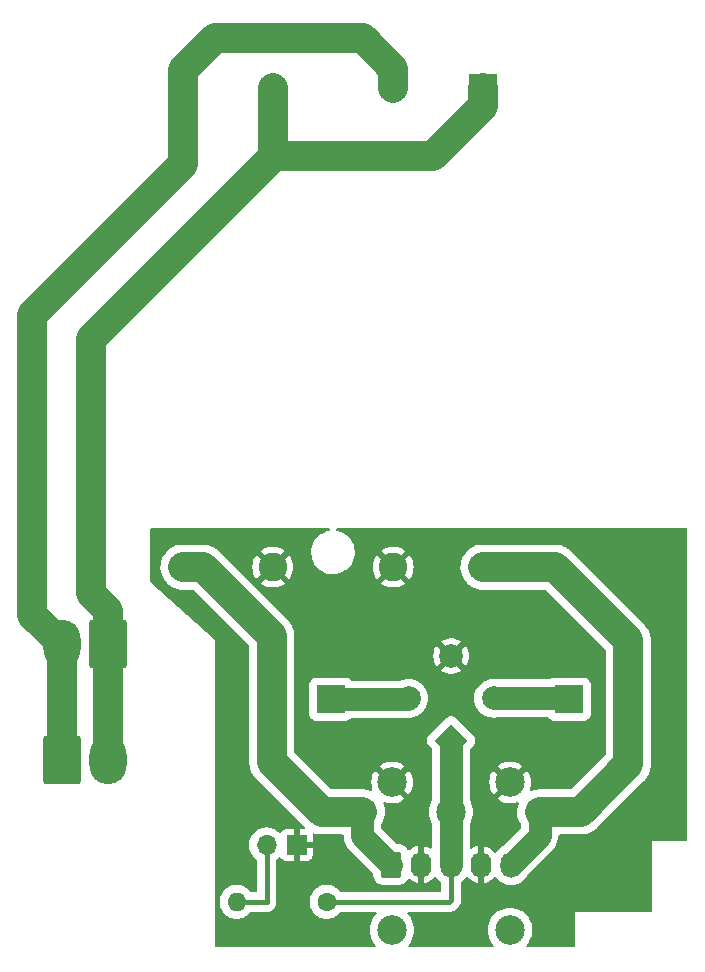
<source format=gbr>
%TF.GenerationSoftware,KiCad,Pcbnew,7.0.7*%
%TF.CreationDate,2024-03-18T21:13:49-04:00*%
%TF.ProjectId,M1PSX3,4d315053-5833-42e6-9b69-6361645f7063,rev?*%
%TF.SameCoordinates,Original*%
%TF.FileFunction,Copper,L2,Bot*%
%TF.FilePolarity,Positive*%
%FSLAX46Y46*%
G04 Gerber Fmt 4.6, Leading zero omitted, Abs format (unit mm)*
G04 Created by KiCad (PCBNEW 7.0.7) date 2024-03-18 21:13:49*
%MOMM*%
%LPD*%
G01*
G04 APERTURE LIST*
G04 Aperture macros list*
%AMRoundRect*
0 Rectangle with rounded corners*
0 $1 Rounding radius*
0 $2 $3 $4 $5 $6 $7 $8 $9 X,Y pos of 4 corners*
0 Add a 4 corners polygon primitive as box body*
4,1,4,$2,$3,$4,$5,$6,$7,$8,$9,$2,$3,0*
0 Add four circle primitives for the rounded corners*
1,1,$1+$1,$2,$3*
1,1,$1+$1,$4,$5*
1,1,$1+$1,$6,$7*
1,1,$1+$1,$8,$9*
0 Add four rect primitives between the rounded corners*
20,1,$1+$1,$2,$3,$4,$5,0*
20,1,$1+$1,$4,$5,$6,$7,0*
20,1,$1+$1,$6,$7,$8,$9,0*
20,1,$1+$1,$8,$9,$2,$3,0*%
%AMHorizOval*
0 Thick line with rounded ends*
0 $1 width*
0 $2 $3 position (X,Y) of the first rounded end (center of the circle)*
0 $4 $5 position (X,Y) of the second rounded end (center of the circle)*
0 Add line between two ends*
20,1,$1,$2,$3,$4,$5,0*
0 Add two circle primitives to create the rounded ends*
1,1,$1,$2,$3*
1,1,$1,$4,$5*%
%AMRotRect*
0 Rectangle, with rotation*
0 The origin of the aperture is its center*
0 $1 length*
0 $2 width*
0 $3 Rotation angle, in degrees counterclockwise*
0 Add horizontal line*
21,1,$1,$2,0,0,$3*%
G04 Aperture macros list end*
%TA.AperFunction,ComponentPad*%
%ADD10R,1.700000X1.700000*%
%TD*%
%TA.AperFunction,ComponentPad*%
%ADD11O,1.700000X1.700000*%
%TD*%
%TA.AperFunction,WasherPad*%
%ADD12C,2.499360*%
%TD*%
%TA.AperFunction,ComponentPad*%
%ADD13C,2.499360*%
%TD*%
%TA.AperFunction,ComponentPad*%
%ADD14R,2.400000X2.400000*%
%TD*%
%TA.AperFunction,ComponentPad*%
%ADD15C,2.400000*%
%TD*%
%TA.AperFunction,ComponentPad*%
%ADD16RoundRect,0.250000X-1.330000X-1.800000X1.330000X-1.800000X1.330000X1.800000X-1.330000X1.800000X0*%
%TD*%
%TA.AperFunction,ComponentPad*%
%ADD17O,3.160000X4.100000*%
%TD*%
%TA.AperFunction,ComponentPad*%
%ADD18RoundRect,0.250000X1.330000X1.800000X-1.330000X1.800000X-1.330000X-1.800000X1.330000X-1.800000X0*%
%TD*%
%TA.AperFunction,ComponentPad*%
%ADD19RotRect,2.000000X2.000000X135.000000*%
%TD*%
%TA.AperFunction,ComponentPad*%
%ADD20HorizOval,2.000000X0.000000X0.000000X0.000000X0.000000X0*%
%TD*%
%TA.AperFunction,ComponentPad*%
%ADD21C,1.600000*%
%TD*%
%TA.AperFunction,ComponentPad*%
%ADD22O,1.600000X1.600000*%
%TD*%
%TA.AperFunction,ComponentPad*%
%ADD23R,2.430000X2.430000*%
%TD*%
%TA.AperFunction,ComponentPad*%
%ADD24C,2.430000*%
%TD*%
%TA.AperFunction,ComponentPad*%
%ADD25RoundRect,0.250000X-0.620000X-0.845000X0.620000X-0.845000X0.620000X0.845000X-0.620000X0.845000X0*%
%TD*%
%TA.AperFunction,ComponentPad*%
%ADD26O,1.740000X2.190000*%
%TD*%
%TA.AperFunction,Conductor*%
%ADD27C,1.905000*%
%TD*%
%TA.AperFunction,Conductor*%
%ADD28C,2.540000*%
%TD*%
%TA.AperFunction,Conductor*%
%ADD29C,0.381000*%
%TD*%
%TA.AperFunction,Conductor*%
%ADD30C,0.250000*%
%TD*%
G04 APERTURE END LIST*
D10*
%TO.P,LED1,1,Pin_1*%
%TO.N,GND*%
X89916000Y-100330000D03*
D11*
%TO.P,LED1,2,Pin_2*%
%TO.N,Net-(LED1-Pin_2)*%
X87376000Y-100330000D03*
%TD*%
D12*
%TO.P,J3,*%
%TO.N,*%
X97992480Y-107531090D03*
X107995000Y-107531090D03*
D13*
%TO.P,J3,1,Pin_1*%
%TO.N,Net-(J2-Pin_5)*%
X110491820Y-97536190D03*
%TO.P,J3,2,Pin_2*%
%TO.N,Net-(D1-+)*%
X102993740Y-97533650D03*
%TO.P,J3,3,Pin_3*%
%TO.N,Net-(J2-Pin_1)*%
X95495660Y-97536190D03*
%TO.P,J3,4,Pin_4*%
%TO.N,GND*%
X107989920Y-95034290D03*
%TO.P,J3,5,Pin_5*%
X97997560Y-95034290D03*
%TD*%
D14*
%TO.P,C1,1*%
%TO.N,Net-(C1-Pad1)*%
X92823959Y-88000000D03*
D15*
%TO.P,C1,2*%
%TO.N,Net-(J2-Pin_1)*%
X87823959Y-88000000D03*
%TD*%
D16*
%TO.P,J1,1,Pin_1*%
%TO.N,Net-(J1-Pin_1)*%
X70020000Y-93105000D03*
D17*
%TO.P,J1,2,Pin_2*%
%TO.N,Net-(J1-Pin_2)*%
X73980000Y-93105000D03*
%TD*%
D18*
%TO.P,J4,1,Pin_1*%
%TO.N,Net-(J1-Pin_2)*%
X73980000Y-83345000D03*
D17*
%TO.P,J4,2,Pin_2*%
%TO.N,Net-(J1-Pin_1)*%
X70020000Y-83345000D03*
%TD*%
D19*
%TO.P,D1,1,+*%
%TO.N,Net-(D1-+)*%
X103000000Y-91500000D03*
D20*
%TO.P,D1,2*%
%TO.N,Net-(C2-Pad1)*%
X106592102Y-87907898D03*
%TO.P,D1,3,-*%
%TO.N,GND*%
X103000000Y-84315795D03*
%TO.P,D1,4*%
%TO.N,Net-(C1-Pad1)*%
X99407898Y-87907898D03*
%TD*%
D21*
%TO.P,R1,1*%
%TO.N,Net-(D1-+)*%
X92456000Y-105156000D03*
D22*
%TO.P,R1,2*%
%TO.N,Net-(LED1-Pin_2)*%
X84836000Y-105156000D03*
%TD*%
D14*
%TO.P,C2,1*%
%TO.N,Net-(C2-Pad1)*%
X113000000Y-88000000D03*
D15*
%TO.P,C2,2*%
%TO.N,Net-(J2-Pin_5)*%
X118000000Y-88000000D03*
%TD*%
D23*
%TO.P,T1,1*%
%TO.N,Net-(J1-Pin_2)*%
X105700000Y-36200000D03*
D24*
%TO.P,T1,2*%
%TO.N,Net-(J1-Pin_1)*%
X98100000Y-36200000D03*
%TO.P,T1,3*%
%TO.N,Net-(J1-Pin_2)*%
X87900000Y-36200000D03*
%TO.P,T1,4*%
%TO.N,Net-(J1-Pin_1)*%
X80300000Y-36200000D03*
%TO.P,T1,5*%
%TO.N,Net-(J2-Pin_5)*%
X105700000Y-76800000D03*
%TO.P,T1,6*%
%TO.N,GND*%
X98100000Y-76800000D03*
%TO.P,T1,7*%
X87900000Y-76800000D03*
%TO.P,T1,8*%
%TO.N,Net-(J2-Pin_1)*%
X80300000Y-76800000D03*
%TD*%
D25*
%TO.P,J2,1,Pin_1*%
%TO.N,Net-(J2-Pin_1)*%
X97913755Y-101985000D03*
D26*
%TO.P,J2,2,Pin_2*%
%TO.N,GND*%
X100453755Y-101985000D03*
%TO.P,J2,3,Pin_3*%
%TO.N,Net-(D1-+)*%
X102993755Y-101985000D03*
%TO.P,J2,4,Pin_4*%
%TO.N,GND*%
X105533755Y-101985000D03*
%TO.P,J2,5,Pin_5*%
%TO.N,Net-(J2-Pin_5)*%
X108073755Y-101985000D03*
%TD*%
D27*
%TO.N,Net-(C1-Pad1)*%
X92823959Y-88000000D02*
X99315796Y-88000000D01*
X99315796Y-88000000D02*
X99407898Y-87907898D01*
D28*
%TO.N,Net-(J2-Pin_1)*%
X92036190Y-97536190D02*
X95495660Y-97536190D01*
D27*
X95495660Y-97536190D02*
X95495660Y-99566905D01*
D28*
X87823959Y-82647918D02*
X87823959Y-88000000D01*
X80300000Y-76800000D02*
X81976041Y-76800000D01*
X87823959Y-93323959D02*
X92036190Y-97536190D01*
X81976041Y-76800000D02*
X87823959Y-82647918D01*
D27*
X95495660Y-99566905D02*
X97913755Y-101985000D01*
D28*
X87823959Y-88000000D02*
X87823959Y-93323959D01*
D27*
%TO.N,Net-(C2-Pad1)*%
X106592102Y-87907898D02*
X112907898Y-87907898D01*
X112907898Y-87907898D02*
X113000000Y-88000000D01*
%TO.N,Net-(J2-Pin_5)*%
X110491820Y-97536190D02*
X110491820Y-99586935D01*
X110491820Y-99586935D02*
X108073755Y-102005000D01*
D28*
X118000000Y-93500000D02*
X113963810Y-97536190D01*
X111800000Y-76800000D02*
X118000000Y-83000000D01*
X113963810Y-97536190D02*
X110491820Y-97536190D01*
X105700000Y-76800000D02*
X111800000Y-76800000D01*
X118000000Y-83000000D02*
X118000000Y-93500000D01*
D27*
%TO.N,Net-(D1-+)*%
X102993740Y-97533650D02*
X102993740Y-102004985D01*
X102993740Y-91506260D02*
X103000000Y-91500000D01*
D29*
X102863510Y-105156000D02*
X102993755Y-105025755D01*
D27*
X102993740Y-97533650D02*
X102993740Y-91506260D01*
D29*
X102993755Y-105025755D02*
X102993755Y-101985000D01*
X92456000Y-105156000D02*
X102863510Y-105156000D01*
D28*
%TO.N,Net-(J1-Pin_1)*%
X80300000Y-42700000D02*
X67500000Y-55500000D01*
X70020000Y-83345000D02*
X70020000Y-93105000D01*
X80300000Y-34700000D02*
X83000000Y-32000000D01*
X83000000Y-32000000D02*
X95500000Y-32000000D01*
X80300000Y-36200000D02*
X80300000Y-34700000D01*
X95500000Y-32000000D02*
X98100000Y-34600000D01*
X80300000Y-36200000D02*
X80300000Y-42700000D01*
X98100000Y-34600000D02*
X98100000Y-36200000D01*
X67500000Y-80825000D02*
X70020000Y-83345000D01*
X67500000Y-55500000D02*
X67500000Y-80825000D01*
%TO.N,Net-(J1-Pin_2)*%
X105700000Y-37800000D02*
X105700000Y-36200000D01*
X72500000Y-79000000D02*
X72500000Y-57500000D01*
X87900000Y-42100000D02*
X87900000Y-36200000D01*
X87900000Y-42000000D02*
X101500000Y-42000000D01*
X101500000Y-42000000D02*
X105700000Y-37800000D01*
X72500000Y-57500000D02*
X87900000Y-42100000D01*
X73980000Y-83345000D02*
X73980000Y-93105000D01*
X73980000Y-80480000D02*
X72500000Y-79000000D01*
X73980000Y-83345000D02*
X73980000Y-80480000D01*
D29*
%TO.N,Net-(LED1-Pin_2)*%
X87381000Y-100335000D02*
X87376000Y-100330000D01*
X87381000Y-105151000D02*
X87381000Y-100335000D01*
X84836000Y-105156000D02*
X87376000Y-105156000D01*
D30*
X87376000Y-105156000D02*
X87381000Y-105151000D01*
%TD*%
%TA.AperFunction,Conductor*%
%TO.N,GND*%
G36*
X92689549Y-73519685D02*
G01*
X92735304Y-73572489D01*
X92745248Y-73641647D01*
X92716223Y-73705203D01*
X92657445Y-73742977D01*
X92649472Y-73745033D01*
X92469062Y-73785221D01*
X92469057Y-73785223D01*
X92217759Y-73881336D01*
X91983139Y-74013011D01*
X91983136Y-74013013D01*
X91770186Y-74177447D01*
X91770179Y-74177454D01*
X91583456Y-74371126D01*
X91583445Y-74371139D01*
X91426905Y-74589942D01*
X91426898Y-74589954D01*
X91303881Y-74829221D01*
X91303880Y-74829223D01*
X91217009Y-75083863D01*
X91217008Y-75083869D01*
X91168139Y-75348440D01*
X91168139Y-75348442D01*
X91158313Y-75617305D01*
X91187739Y-75884736D01*
X91187741Y-75884747D01*
X91235022Y-76065598D01*
X91255791Y-76145041D01*
X91309223Y-76270778D01*
X91344979Y-76354920D01*
X91361017Y-76392659D01*
X91432657Y-76510045D01*
X91501172Y-76622313D01*
X91501173Y-76622314D01*
X91501175Y-76622317D01*
X91673278Y-76829120D01*
X91873658Y-77008662D01*
X92098044Y-77157114D01*
X92341653Y-77271313D01*
X92341655Y-77271313D01*
X92341656Y-77271314D01*
X92341663Y-77271316D01*
X92599282Y-77348823D01*
X92599289Y-77348824D01*
X92599294Y-77348826D01*
X92865476Y-77388000D01*
X92865481Y-77388000D01*
X93067174Y-77388000D01*
X93125583Y-77383724D01*
X93268331Y-77373277D01*
X93530942Y-77314777D01*
X93782238Y-77218665D01*
X94016862Y-77086988D01*
X94229813Y-76922553D01*
X94347965Y-76800004D01*
X96380191Y-76800004D01*
X96399399Y-77056322D01*
X96399399Y-77056324D01*
X96456593Y-77306909D01*
X96456599Y-77306928D01*
X96550503Y-77546191D01*
X96550507Y-77546199D01*
X96679026Y-77768802D01*
X96722778Y-77823667D01*
X97266137Y-77280308D01*
X97327460Y-77246823D01*
X97397151Y-77251807D01*
X97453085Y-77293678D01*
X97458814Y-77302021D01*
X97462708Y-77308220D01*
X97462710Y-77308222D01*
X97591778Y-77437290D01*
X97597982Y-77441188D01*
X97644272Y-77493524D01*
X97654919Y-77562578D01*
X97626543Y-77626425D01*
X97619689Y-77633862D01*
X97076018Y-78177532D01*
X97240095Y-78289397D01*
X97240099Y-78289399D01*
X97471677Y-78400922D01*
X97471681Y-78400923D01*
X97717304Y-78476689D01*
X97717310Y-78476691D01*
X97971471Y-78514999D01*
X97971480Y-78515000D01*
X98228520Y-78515000D01*
X98228528Y-78514999D01*
X98482689Y-78476691D01*
X98482695Y-78476689D01*
X98728320Y-78400923D01*
X98959896Y-78289402D01*
X98959898Y-78289401D01*
X99123980Y-78177532D01*
X98580309Y-77633862D01*
X98546824Y-77572539D01*
X98551808Y-77502848D01*
X98593679Y-77446914D01*
X98602018Y-77441188D01*
X98608222Y-77437290D01*
X98737290Y-77308222D01*
X98741185Y-77302023D01*
X98793516Y-77255730D01*
X98862568Y-77245078D01*
X98926418Y-77273449D01*
X98933862Y-77280309D01*
X99477219Y-77823667D01*
X99477220Y-77823666D01*
X99520966Y-77768812D01*
X99520973Y-77768801D01*
X99649492Y-77546199D01*
X99649496Y-77546191D01*
X99743400Y-77306928D01*
X99743406Y-77306909D01*
X99800600Y-77056324D01*
X99800600Y-77056322D01*
X99819809Y-76800004D01*
X99819809Y-76799995D01*
X99800600Y-76543677D01*
X99800600Y-76543675D01*
X99743406Y-76293090D01*
X99743400Y-76293071D01*
X99649496Y-76053808D01*
X99649492Y-76053800D01*
X99520970Y-75831193D01*
X99477220Y-75776331D01*
X99477219Y-75776331D01*
X98933862Y-76319689D01*
X98872539Y-76353174D01*
X98802847Y-76348190D01*
X98746914Y-76306318D01*
X98741188Y-76297982D01*
X98738102Y-76293071D01*
X98737290Y-76291778D01*
X98608222Y-76162710D01*
X98602017Y-76158811D01*
X98555727Y-76106477D01*
X98545079Y-76037423D01*
X98573454Y-75973575D01*
X98580309Y-75966137D01*
X99123980Y-75422466D01*
X98959905Y-75310602D01*
X98959896Y-75310597D01*
X98728319Y-75199076D01*
X98728321Y-75199076D01*
X98482695Y-75123310D01*
X98482689Y-75123308D01*
X98228528Y-75085000D01*
X97971471Y-75085000D01*
X97717310Y-75123308D01*
X97717304Y-75123310D01*
X97471681Y-75199076D01*
X97471677Y-75199077D01*
X97240096Y-75310601D01*
X97240088Y-75310606D01*
X97076018Y-75422465D01*
X97619690Y-75966137D01*
X97653175Y-76027460D01*
X97648191Y-76097152D01*
X97606319Y-76153085D01*
X97597985Y-76158809D01*
X97591782Y-76162706D01*
X97591777Y-76162710D01*
X97462710Y-76291777D01*
X97462706Y-76291782D01*
X97458809Y-76297985D01*
X97406473Y-76344274D01*
X97337419Y-76354920D01*
X97273571Y-76326542D01*
X97266137Y-76319690D01*
X96722779Y-75776332D01*
X96679023Y-75831201D01*
X96550507Y-76053800D01*
X96550503Y-76053808D01*
X96456599Y-76293071D01*
X96456593Y-76293090D01*
X96399399Y-76543675D01*
X96399399Y-76543677D01*
X96380191Y-76799995D01*
X96380191Y-76800004D01*
X94347965Y-76800004D01*
X94416552Y-76728864D01*
X94573100Y-76510049D01*
X94696121Y-76270773D01*
X94782991Y-76016135D01*
X94831860Y-75751562D01*
X94841686Y-75482693D01*
X94812260Y-75215259D01*
X94744209Y-74954959D01*
X94638983Y-74707341D01*
X94498825Y-74477683D01*
X94326722Y-74270880D01*
X94126342Y-74091338D01*
X93901956Y-73942886D01*
X93658347Y-73828687D01*
X93658343Y-73828685D01*
X93658336Y-73828683D01*
X93400717Y-73751176D01*
X93400703Y-73751173D01*
X93376960Y-73747679D01*
X93370161Y-73746678D01*
X93306703Y-73717443D01*
X93269124Y-73658540D01*
X93269355Y-73588670D01*
X93307325Y-73530018D01*
X93370976Y-73501204D01*
X93388216Y-73500000D01*
X122875500Y-73500000D01*
X122942539Y-73519685D01*
X122988294Y-73572489D01*
X122999500Y-73624000D01*
X122999500Y-99875500D01*
X122979815Y-99942539D01*
X122927011Y-99988294D01*
X122875500Y-99999500D01*
X120024760Y-99999500D01*
X120024554Y-99999459D01*
X120000000Y-99999459D01*
X119999901Y-99999500D01*
X119999617Y-99999616D01*
X119999615Y-99999618D01*
X119999459Y-99999999D01*
X119999476Y-100024616D01*
X119999471Y-100024616D01*
X119999500Y-100024759D01*
X119999500Y-105875500D01*
X119979815Y-105942539D01*
X119927011Y-105988294D01*
X119875500Y-105999500D01*
X113524760Y-105999500D01*
X113524554Y-105999459D01*
X113500000Y-105999459D01*
X113499901Y-105999500D01*
X113499617Y-105999616D01*
X113499615Y-105999618D01*
X113499459Y-105999999D01*
X113499476Y-106024616D01*
X113499471Y-106024616D01*
X113499499Y-106024759D01*
X113499500Y-108875500D01*
X113479815Y-108942539D01*
X113427012Y-108988294D01*
X113375500Y-108999500D01*
X109492000Y-108999500D01*
X109424961Y-108979815D01*
X109379206Y-108927011D01*
X109369262Y-108857853D01*
X109398287Y-108794297D01*
X109404319Y-108787819D01*
X109423353Y-108768784D01*
X109423363Y-108768774D01*
X109584965Y-108552898D01*
X109714200Y-108316222D01*
X109808437Y-108063563D01*
X109865758Y-107800064D01*
X109884995Y-107531090D01*
X109865758Y-107262116D01*
X109808437Y-106998617D01*
X109714200Y-106745958D01*
X109629859Y-106591500D01*
X109584968Y-106509287D01*
X109584963Y-106509279D01*
X109423369Y-106293413D01*
X109423353Y-106293395D01*
X109232694Y-106102736D01*
X109232676Y-106102720D01*
X109016810Y-105941126D01*
X109016802Y-105941121D01*
X108780137Y-105811892D01*
X108780133Y-105811890D01*
X108684345Y-105776163D01*
X108527473Y-105717653D01*
X108527469Y-105717652D01*
X108527466Y-105717651D01*
X108263979Y-105660332D01*
X107995001Y-105641095D01*
X107994999Y-105641095D01*
X107726020Y-105660332D01*
X107462533Y-105717651D01*
X107462528Y-105717652D01*
X107462527Y-105717653D01*
X107449827Y-105722390D01*
X107209866Y-105811890D01*
X107209862Y-105811892D01*
X106973197Y-105941121D01*
X106973189Y-105941126D01*
X106757323Y-106102720D01*
X106757305Y-106102736D01*
X106566646Y-106293395D01*
X106566630Y-106293413D01*
X106405036Y-106509279D01*
X106405031Y-106509287D01*
X106275802Y-106745952D01*
X106275800Y-106745956D01*
X106181561Y-106998623D01*
X106124242Y-107262110D01*
X106105004Y-107531088D01*
X106105004Y-107531091D01*
X106124242Y-107800069D01*
X106181561Y-108063556D01*
X106181563Y-108063563D01*
X106240073Y-108220435D01*
X106275800Y-108316223D01*
X106275802Y-108316227D01*
X106405031Y-108552892D01*
X106405036Y-108552900D01*
X106566630Y-108768766D01*
X106566646Y-108768784D01*
X106585681Y-108787819D01*
X106619166Y-108849142D01*
X106614182Y-108918834D01*
X106572310Y-108974767D01*
X106506846Y-108999184D01*
X106498000Y-108999500D01*
X99489480Y-108999500D01*
X99422441Y-108979815D01*
X99376686Y-108927011D01*
X99366742Y-108857853D01*
X99395767Y-108794297D01*
X99401799Y-108787819D01*
X99420833Y-108768784D01*
X99420843Y-108768774D01*
X99582445Y-108552898D01*
X99711680Y-108316222D01*
X99805917Y-108063563D01*
X99863238Y-107800064D01*
X99882475Y-107531090D01*
X99863238Y-107262116D01*
X99805917Y-106998617D01*
X99711680Y-106745958D01*
X99627339Y-106591500D01*
X99582448Y-106509287D01*
X99582443Y-106509279D01*
X99420849Y-106293413D01*
X99420833Y-106293395D01*
X99321119Y-106193681D01*
X99287634Y-106132358D01*
X99292618Y-106062666D01*
X99334490Y-106006733D01*
X99399954Y-105982316D01*
X99408800Y-105982000D01*
X102827401Y-105982000D01*
X102832436Y-105982205D01*
X102886005Y-105986567D01*
X102886006Y-105986566D01*
X102886009Y-105986567D01*
X102963952Y-105975947D01*
X103042123Y-105967446D01*
X103042124Y-105967445D01*
X103045596Y-105966681D01*
X103060645Y-105963154D01*
X103064026Y-105962312D01*
X103064031Y-105962312D01*
X103137858Y-105935188D01*
X103212384Y-105910078D01*
X103212387Y-105910075D01*
X103215554Y-105908610D01*
X103229569Y-105901895D01*
X103232672Y-105900356D01*
X103232673Y-105900354D01*
X103232676Y-105900354D01*
X103298932Y-105858003D01*
X103366332Y-105817451D01*
X103366334Y-105817448D01*
X103369105Y-105815342D01*
X103381302Y-105805807D01*
X103384054Y-105803595D01*
X103384059Y-105803592D01*
X103439674Y-105747976D01*
X103496768Y-105693894D01*
X103496771Y-105693890D01*
X103498988Y-105691281D01*
X103511444Y-105676205D01*
X103552312Y-105635337D01*
X103555980Y-105631955D01*
X103596964Y-105597145D01*
X103644560Y-105534532D01*
X103693832Y-105473236D01*
X103693832Y-105473234D01*
X103695715Y-105470289D01*
X103703869Y-105457143D01*
X103705686Y-105454122D01*
X103705693Y-105454114D01*
X103738715Y-105382736D01*
X103773660Y-105312278D01*
X103773661Y-105312273D01*
X103774876Y-105308965D01*
X103780000Y-105294413D01*
X103781128Y-105291063D01*
X103781133Y-105291053D01*
X103798037Y-105214253D01*
X103817020Y-105137923D01*
X103817020Y-105137918D01*
X103817021Y-105137915D01*
X103817484Y-105134513D01*
X103819376Y-105119066D01*
X103819755Y-105115587D01*
X103819755Y-105036934D01*
X103821884Y-104958319D01*
X103821609Y-104954949D01*
X103819755Y-104935438D01*
X103819755Y-103534252D01*
X103839440Y-103467213D01*
X103873313Y-103432203D01*
X103948999Y-103379962D01*
X104124304Y-103211579D01*
X104247699Y-103047369D01*
X104303707Y-103005602D01*
X104373407Y-103000745D01*
X104434669Y-103034342D01*
X104449562Y-103052425D01*
X104463988Y-103073769D01*
X104463989Y-103073770D01*
X104625358Y-103242139D01*
X104625359Y-103242140D01*
X104812852Y-103380810D01*
X105021093Y-103485803D01*
X105244085Y-103554093D01*
X105244083Y-103554093D01*
X105283754Y-103559173D01*
X105283755Y-103559173D01*
X105283755Y-102693615D01*
X105303440Y-102626576D01*
X105356244Y-102580821D01*
X105423938Y-102570676D01*
X105494758Y-102580000D01*
X105494765Y-102580000D01*
X105572745Y-102580000D01*
X105572752Y-102580000D01*
X105643571Y-102570676D01*
X105712604Y-102581441D01*
X105764860Y-102627820D01*
X105783755Y-102693615D01*
X105783754Y-103557574D01*
X105936373Y-103524683D01*
X105936374Y-103524683D01*
X106152760Y-103437732D01*
X106351347Y-103315458D01*
X106526409Y-103161383D01*
X106623864Y-103040688D01*
X106681295Y-103000895D01*
X106751122Y-102998468D01*
X106811177Y-103034178D01*
X106825144Y-103052313D01*
X106866277Y-103117360D01*
X107027463Y-103299301D01*
X107046614Y-103314937D01*
X107215751Y-103453033D01*
X107215754Y-103453035D01*
X107215756Y-103453036D01*
X107426249Y-103574565D01*
X107426259Y-103574570D01*
X107653536Y-103660765D01*
X107746901Y-103679825D01*
X107891689Y-103709384D01*
X107891694Y-103709384D01*
X107891697Y-103709385D01*
X107964559Y-103712321D01*
X108134566Y-103719173D01*
X108134567Y-103719173D01*
X108134568Y-103719172D01*
X108134573Y-103719173D01*
X108341401Y-103694059D01*
X108375874Y-103689874D01*
X108474733Y-103661239D01*
X108609350Y-103622247D01*
X108828954Y-103518043D01*
X109028999Y-103379962D01*
X109204304Y-103211579D01*
X109350328Y-103017256D01*
X109356445Y-103005602D01*
X109389118Y-102943347D01*
X109411231Y-102913293D01*
X111568892Y-100755632D01*
X111572431Y-100752361D01*
X111618177Y-100713292D01*
X111655015Y-100670160D01*
X111658817Y-100665707D01*
X111658821Y-100665705D01*
X111780511Y-100523225D01*
X111885131Y-100352499D01*
X111911113Y-100310101D01*
X112006767Y-100079171D01*
X112065119Y-99836121D01*
X112079820Y-99649324D01*
X112079820Y-99649310D01*
X112084729Y-99586935D01*
X112084729Y-99586932D01*
X112083823Y-99575415D01*
X112098189Y-99507038D01*
X112147242Y-99457283D01*
X112207441Y-99441690D01*
X113873909Y-99441690D01*
X113879567Y-99441949D01*
X113882276Y-99442197D01*
X113928915Y-99446468D01*
X114012210Y-99441899D01*
X114014332Y-99441783D01*
X114017728Y-99441690D01*
X114033454Y-99441690D01*
X114078098Y-99438421D01*
X114085540Y-99437877D01*
X114207425Y-99431192D01*
X114220676Y-99428493D01*
X114228508Y-99427413D01*
X114241995Y-99426426D01*
X114361122Y-99399889D01*
X114480744Y-99375527D01*
X114493456Y-99370928D01*
X114501055Y-99368718D01*
X114514251Y-99365779D01*
X114628280Y-99322166D01*
X114743045Y-99280659D01*
X114754959Y-99274254D01*
X114762140Y-99270968D01*
X114774776Y-99266137D01*
X114881238Y-99206387D01*
X114988738Y-99148612D01*
X114999584Y-99140547D01*
X115006222Y-99136242D01*
X115018016Y-99129624D01*
X115114615Y-99055031D01*
X115212585Y-98982199D01*
X115222151Y-98972632D01*
X115228092Y-98967406D01*
X115238787Y-98959149D01*
X115323492Y-98871291D01*
X119283831Y-94910951D01*
X119287983Y-94907161D01*
X119326096Y-94875445D01*
X119383198Y-94811713D01*
X119385514Y-94809269D01*
X119396628Y-94798156D01*
X119396628Y-94798155D01*
X119396634Y-94798150D01*
X119418539Y-94772785D01*
X119430766Y-94758627D01*
X119471497Y-94713166D01*
X119512231Y-94667707D01*
X119519696Y-94656422D01*
X119524465Y-94650126D01*
X119533305Y-94639892D01*
X119598777Y-94536892D01*
X119666135Y-94435080D01*
X119671873Y-94422839D01*
X119675684Y-94415902D01*
X119682936Y-94404494D01*
X119732735Y-94293008D01*
X119784528Y-94182524D01*
X119788421Y-94169581D01*
X119791186Y-94162152D01*
X119796697Y-94149817D01*
X119829727Y-94032287D01*
X119864888Y-93915421D01*
X119866854Y-93902051D01*
X119868507Y-93894302D01*
X119872164Y-93881292D01*
X119887726Y-93760237D01*
X119905500Y-93639465D01*
X119905499Y-93625950D01*
X119906005Y-93618039D01*
X119907729Y-93604639D01*
X119907683Y-93602144D01*
X119905500Y-93482607D01*
X119905500Y-83089899D01*
X119905759Y-83084241D01*
X119910278Y-83034900D01*
X119905593Y-82949478D01*
X119905500Y-82946082D01*
X119905500Y-82930356D01*
X119901687Y-82878269D01*
X119895002Y-82756388D01*
X119895002Y-82756385D01*
X119892303Y-82743137D01*
X119891222Y-82735292D01*
X119890236Y-82721815D01*
X119863699Y-82602687D01*
X119839337Y-82483066D01*
X119834738Y-82470353D01*
X119832527Y-82462753D01*
X119829589Y-82449559D01*
X119785976Y-82335529D01*
X119744469Y-82220765D01*
X119738075Y-82208868D01*
X119734776Y-82201663D01*
X119729947Y-82189034D01*
X119670197Y-82082571D01*
X119612422Y-81975072D01*
X119604357Y-81964224D01*
X119600045Y-81957574D01*
X119593437Y-81945799D01*
X119593431Y-81945790D01*
X119518841Y-81849194D01*
X119446016Y-81751233D01*
X119446008Y-81751224D01*
X119436446Y-81741662D01*
X119431214Y-81735714D01*
X119422957Y-81725021D01*
X119422951Y-81725014D01*
X119335101Y-81640316D01*
X113210971Y-75516188D01*
X113207153Y-75512005D01*
X113175448Y-75473908D01*
X113175445Y-75473904D01*
X113111713Y-75416799D01*
X113109271Y-75414488D01*
X113103701Y-75408918D01*
X113098149Y-75403365D01*
X113098150Y-75403367D01*
X113058651Y-75369254D01*
X112967706Y-75287768D01*
X112956430Y-75280308D01*
X112950113Y-75275521D01*
X112944368Y-75270561D01*
X112939892Y-75266695D01*
X112836908Y-75201234D01*
X112735080Y-75133865D01*
X112722841Y-75128128D01*
X112715903Y-75124317D01*
X112704494Y-75117065D01*
X112593025Y-75067272D01*
X112482524Y-75015472D01*
X112482521Y-75015471D01*
X112482519Y-75015470D01*
X112475416Y-75013333D01*
X112469584Y-75011578D01*
X112462170Y-75008820D01*
X112449818Y-75003303D01*
X112449816Y-75003302D01*
X112449813Y-75003301D01*
X112449814Y-75003301D01*
X112332279Y-74970269D01*
X112215421Y-74935112D01*
X112202050Y-74933144D01*
X112194305Y-74931493D01*
X112181290Y-74927835D01*
X112129692Y-74921202D01*
X112060237Y-74912273D01*
X111939465Y-74894500D01*
X111939460Y-74894500D01*
X111925952Y-74894500D01*
X111918038Y-74893993D01*
X111904637Y-74892270D01*
X111782607Y-74894500D01*
X105630357Y-74894500D01*
X105421815Y-74909764D01*
X105421801Y-74909766D01*
X105149562Y-74970409D01*
X105149558Y-74970411D01*
X104889031Y-75070054D01*
X104645795Y-75206565D01*
X104645790Y-75206568D01*
X104425022Y-75377040D01*
X104231428Y-75577839D01*
X104231426Y-75577841D01*
X104069125Y-75804695D01*
X103949472Y-76037423D01*
X103941589Y-76052756D01*
X103923262Y-76106477D01*
X103851529Y-76316744D01*
X103851528Y-76316750D01*
X103800864Y-76591038D01*
X103800864Y-76591040D01*
X103790677Y-76869777D01*
X103821182Y-77147024D01*
X103821183Y-77147033D01*
X103891733Y-77416890D01*
X103983936Y-77633862D01*
X104000826Y-77673606D01*
X104058923Y-77768802D01*
X104146128Y-77911694D01*
X104146129Y-77911695D01*
X104146131Y-77911698D01*
X104324555Y-78126096D01*
X104324562Y-78126102D01*
X104532288Y-78312227D01*
X104532290Y-78312228D01*
X104532293Y-78312231D01*
X104764920Y-78466135D01*
X105017476Y-78584528D01*
X105017478Y-78584528D01*
X105017479Y-78584529D01*
X105017482Y-78584530D01*
X105284571Y-78664886D01*
X105284575Y-78664886D01*
X105284579Y-78664888D01*
X105560535Y-78705500D01*
X110959354Y-78705500D01*
X111026393Y-78725185D01*
X111047035Y-78741819D01*
X116058180Y-83752964D01*
X116091665Y-83814287D01*
X116094499Y-83840645D01*
X116094500Y-92659354D01*
X116074815Y-92726393D01*
X116058181Y-92747035D01*
X113210846Y-95594371D01*
X113149523Y-95627856D01*
X113123165Y-95630690D01*
X110422177Y-95630690D01*
X110213635Y-95645954D01*
X110213621Y-95645956D01*
X109941382Y-95706599D01*
X109941374Y-95706602D01*
X109808712Y-95757341D01*
X109739064Y-95762904D01*
X109677465Y-95729929D01*
X109643473Y-95668886D01*
X109647879Y-95599155D01*
X109648988Y-95596219D01*
X109666555Y-95551458D01*
X109666557Y-95551451D01*
X109724909Y-95295794D01*
X109744506Y-95034294D01*
X109744506Y-95034285D01*
X109724909Y-94772785D01*
X109666557Y-94517128D01*
X109666554Y-94517116D01*
X109570745Y-94273001D01*
X109439624Y-94045893D01*
X109391817Y-93985944D01*
X108743965Y-94633797D01*
X108682642Y-94667282D01*
X108612950Y-94662298D01*
X108563469Y-94628343D01*
X108456515Y-94507617D01*
X108456514Y-94507616D01*
X108456513Y-94507615D01*
X108405335Y-94472289D01*
X108361346Y-94418009D01*
X108353686Y-94348561D01*
X108384789Y-94285996D01*
X108388095Y-94282560D01*
X109038857Y-93631797D01*
X108867213Y-93514774D01*
X108867205Y-93514769D01*
X108630944Y-93400993D01*
X108630946Y-93400993D01*
X108380360Y-93323697D01*
X108380354Y-93323696D01*
X108121045Y-93284610D01*
X107858794Y-93284610D01*
X107599485Y-93323696D01*
X107599479Y-93323697D01*
X107348894Y-93400993D01*
X107112632Y-93514771D01*
X107112619Y-93514778D01*
X106940981Y-93631797D01*
X107591743Y-94282560D01*
X107625228Y-94343883D01*
X107620244Y-94413575D01*
X107578372Y-94469508D01*
X107574503Y-94472291D01*
X107523323Y-94507617D01*
X107416370Y-94628344D01*
X107357181Y-94665471D01*
X107287315Y-94664703D01*
X107235874Y-94633798D01*
X106588022Y-93985945D01*
X106540213Y-94045896D01*
X106409094Y-94273001D01*
X106313285Y-94517116D01*
X106313282Y-94517128D01*
X106254930Y-94772785D01*
X106235334Y-95034285D01*
X106235334Y-95034294D01*
X106254930Y-95295794D01*
X106313282Y-95551451D01*
X106313285Y-95551463D01*
X106409094Y-95795578D01*
X106540215Y-96022686D01*
X106588021Y-96082634D01*
X107235873Y-95434781D01*
X107297196Y-95401296D01*
X107366887Y-95406280D01*
X107416369Y-95440235D01*
X107514908Y-95551462D01*
X107523327Y-95560965D01*
X107552253Y-95580931D01*
X107574501Y-95596288D01*
X107618491Y-95650571D01*
X107626151Y-95720020D01*
X107595047Y-95782585D01*
X107591742Y-95786019D01*
X106940981Y-96436780D01*
X107112626Y-96553805D01*
X107112634Y-96553810D01*
X107348895Y-96667586D01*
X107348893Y-96667586D01*
X107599479Y-96744882D01*
X107599485Y-96744883D01*
X107858794Y-96783969D01*
X107858801Y-96783970D01*
X108121039Y-96783970D01*
X108121045Y-96783969D01*
X108380354Y-96744883D01*
X108380355Y-96744883D01*
X108559278Y-96689692D01*
X108629142Y-96688742D01*
X108688428Y-96725713D01*
X108718315Y-96788867D01*
X108713188Y-96848220D01*
X108643349Y-97052934D01*
X108643348Y-97052940D01*
X108592684Y-97327228D01*
X108592684Y-97327230D01*
X108582497Y-97605967D01*
X108613002Y-97883214D01*
X108613003Y-97883223D01*
X108683553Y-98153080D01*
X108753969Y-98318783D01*
X108792646Y-98409796D01*
X108885666Y-98562215D01*
X108903820Y-98626811D01*
X108903820Y-98877801D01*
X108884135Y-98944840D01*
X108867501Y-98965482D01*
X107452593Y-100380389D01*
X107418071Y-100404735D01*
X107318557Y-100451956D01*
X107318556Y-100451956D01*
X107118509Y-100590039D01*
X107118505Y-100590042D01*
X106943205Y-100758422D01*
X106819812Y-100922628D01*
X106763802Y-100964397D01*
X106694101Y-100969254D01*
X106632839Y-100935656D01*
X106617946Y-100917573D01*
X106603519Y-100896228D01*
X106442151Y-100727860D01*
X106442150Y-100727859D01*
X106254657Y-100589189D01*
X106046416Y-100484196D01*
X105823430Y-100415907D01*
X105823424Y-100415906D01*
X105783755Y-100410825D01*
X105783755Y-101276384D01*
X105764070Y-101343423D01*
X105711266Y-101389178D01*
X105643570Y-101399323D01*
X105572762Y-101390001D01*
X105572757Y-101390000D01*
X105572752Y-101390000D01*
X105494758Y-101390000D01*
X105494752Y-101390000D01*
X105494747Y-101390001D01*
X105423940Y-101399323D01*
X105354905Y-101388557D01*
X105302649Y-101342177D01*
X105283755Y-101276384D01*
X105283755Y-100412424D01*
X105283754Y-100412424D01*
X105131135Y-100445316D01*
X105131134Y-100445316D01*
X104914749Y-100532267D01*
X104770754Y-100620928D01*
X104703347Y-100639315D01*
X104636700Y-100618340D01*
X104591972Y-100564663D01*
X104581740Y-100515338D01*
X104581740Y-98590705D01*
X104596908Y-98531278D01*
X104663243Y-98409796D01*
X104712940Y-98318782D01*
X104807177Y-98066123D01*
X104864498Y-97802624D01*
X104883735Y-97533650D01*
X104864498Y-97264676D01*
X104807177Y-97001177D01*
X104712940Y-96748518D01*
X104680300Y-96688742D01*
X104596908Y-96536020D01*
X104581740Y-96476593D01*
X104581740Y-92282567D01*
X104601425Y-92215528D01*
X104618059Y-92194886D01*
X104908962Y-91903983D01*
X104908962Y-91903982D01*
X104932430Y-91876507D01*
X105009783Y-91735803D01*
X105049714Y-91580283D01*
X105049714Y-91419717D01*
X105009783Y-91264197D01*
X104932430Y-91123493D01*
X104932425Y-91123487D01*
X104908967Y-91096020D01*
X104908966Y-91096019D01*
X103403983Y-89591038D01*
X103376507Y-89567570D01*
X103376501Y-89567566D01*
X103235806Y-89490218D01*
X103235796Y-89490215D01*
X103080286Y-89450286D01*
X103080283Y-89450286D01*
X102919717Y-89450286D01*
X102919713Y-89450286D01*
X102764203Y-89490215D01*
X102764193Y-89490218D01*
X102623499Y-89567566D01*
X102623487Y-89567574D01*
X102596020Y-89591033D01*
X102596019Y-89591034D01*
X102596016Y-89591036D01*
X102596016Y-89591037D01*
X101091039Y-91096016D01*
X101091036Y-91096020D01*
X101067570Y-91123492D01*
X101067566Y-91123498D01*
X100990218Y-91264193D01*
X100990215Y-91264203D01*
X100950286Y-91419713D01*
X100950286Y-91580286D01*
X100990215Y-91735796D01*
X100990218Y-91735806D01*
X101067566Y-91876500D01*
X101067570Y-91876507D01*
X101067573Y-91876510D01*
X101067574Y-91876512D01*
X101091033Y-91903980D01*
X101091034Y-91903981D01*
X101369421Y-92182367D01*
X101402906Y-92243690D01*
X101405740Y-92270048D01*
X101405740Y-96476593D01*
X101390572Y-96536020D01*
X101274542Y-96748512D01*
X101274540Y-96748516D01*
X101180301Y-97001183D01*
X101122982Y-97264670D01*
X101103745Y-97533648D01*
X101103745Y-97533651D01*
X101122982Y-97802629D01*
X101180301Y-98066116D01*
X101180303Y-98066123D01*
X101212738Y-98153084D01*
X101274540Y-98318783D01*
X101274542Y-98318787D01*
X101390572Y-98531278D01*
X101405740Y-98590705D01*
X101405740Y-100514158D01*
X101386055Y-100581197D01*
X101333251Y-100626952D01*
X101264093Y-100636896D01*
X101208006Y-100613854D01*
X101174656Y-100589189D01*
X100966416Y-100484196D01*
X100743430Y-100415907D01*
X100743424Y-100415906D01*
X100703755Y-100410825D01*
X100703755Y-101276384D01*
X100684070Y-101343423D01*
X100631266Y-101389178D01*
X100563570Y-101399323D01*
X100492762Y-101390001D01*
X100492757Y-101390000D01*
X100492752Y-101390000D01*
X100414758Y-101390000D01*
X100414752Y-101390000D01*
X100414747Y-101390001D01*
X100343939Y-101399323D01*
X100274904Y-101388557D01*
X100222648Y-101342177D01*
X100203754Y-101276384D01*
X100203753Y-100412424D01*
X100051135Y-100445316D01*
X100051134Y-100445316D01*
X99834749Y-100532267D01*
X99636162Y-100654541D01*
X99510318Y-100765298D01*
X99446989Y-100794812D01*
X99377755Y-100785402D01*
X99324600Y-100740056D01*
X99317910Y-100728508D01*
X99280490Y-100655065D01*
X99280488Y-100655063D01*
X99227834Y-100590042D01*
X99163347Y-100510408D01*
X99082966Y-100445316D01*
X99018691Y-100393266D01*
X99018689Y-100393264D01*
X98894522Y-100330000D01*
X98852838Y-100308761D01*
X98673041Y-100260584D01*
X98673040Y-100260583D01*
X98673037Y-100260583D01*
X98595738Y-100254500D01*
X98595736Y-100254500D01*
X98480388Y-100254500D01*
X98413349Y-100234815D01*
X98392707Y-100218181D01*
X97761458Y-99586932D01*
X97119976Y-98945449D01*
X97086493Y-98884129D01*
X97083660Y-98857779D01*
X97083660Y-98631210D01*
X97103345Y-98564171D01*
X97106812Y-98559060D01*
X97109389Y-98555458D01*
X97126532Y-98531497D01*
X97254071Y-98283434D01*
X97344131Y-98019444D01*
X97394795Y-97745154D01*
X97404982Y-97466411D01*
X97374476Y-97189155D01*
X97303925Y-96919296D01*
X97277283Y-96856604D01*
X97269181Y-96787206D01*
X97299884Y-96724444D01*
X97359645Y-96688245D01*
X97427957Y-96689617D01*
X97607120Y-96744882D01*
X97607125Y-96744883D01*
X97866434Y-96783969D01*
X97866441Y-96783970D01*
X98128679Y-96783970D01*
X98128685Y-96783969D01*
X98387994Y-96744883D01*
X98388000Y-96744882D01*
X98638585Y-96667586D01*
X98874845Y-96553810D01*
X98874846Y-96553809D01*
X99046497Y-96436780D01*
X98395736Y-95786019D01*
X98362251Y-95724696D01*
X98367235Y-95655004D01*
X98409107Y-95599071D01*
X98412936Y-95596317D01*
X98464153Y-95560965D01*
X98472576Y-95551458D01*
X98488622Y-95533344D01*
X98571109Y-95440234D01*
X98630297Y-95403109D01*
X98700163Y-95403875D01*
X98751605Y-95434781D01*
X99399456Y-96082634D01*
X99399457Y-96082633D01*
X99447260Y-96022692D01*
X99447267Y-96022681D01*
X99578385Y-95795578D01*
X99674194Y-95551463D01*
X99674197Y-95551451D01*
X99732549Y-95295794D01*
X99752146Y-95034294D01*
X99752146Y-95034285D01*
X99732549Y-94772785D01*
X99674197Y-94517128D01*
X99674194Y-94517116D01*
X99578385Y-94273001D01*
X99447264Y-94045893D01*
X99399457Y-93985944D01*
X98751605Y-94633797D01*
X98690282Y-94667282D01*
X98620590Y-94662298D01*
X98571109Y-94628343D01*
X98464155Y-94507617D01*
X98464154Y-94507616D01*
X98464153Y-94507615D01*
X98412975Y-94472289D01*
X98368986Y-94418009D01*
X98361326Y-94348561D01*
X98392429Y-94285996D01*
X98395735Y-94282560D01*
X99046497Y-93631797D01*
X98874853Y-93514774D01*
X98874845Y-93514769D01*
X98638584Y-93400993D01*
X98638586Y-93400993D01*
X98388000Y-93323697D01*
X98387994Y-93323696D01*
X98128685Y-93284610D01*
X97866434Y-93284610D01*
X97607125Y-93323696D01*
X97607119Y-93323697D01*
X97356534Y-93400993D01*
X97120272Y-93514771D01*
X97120259Y-93514778D01*
X96948621Y-93631797D01*
X97599383Y-94282560D01*
X97632868Y-94343883D01*
X97627884Y-94413575D01*
X97586012Y-94469508D01*
X97582143Y-94472291D01*
X97530963Y-94507617D01*
X97424010Y-94628344D01*
X97364821Y-94665471D01*
X97294955Y-94664703D01*
X97243514Y-94633798D01*
X96595662Y-93985945D01*
X96547853Y-94045896D01*
X96416734Y-94273001D01*
X96320925Y-94517116D01*
X96320922Y-94517128D01*
X96262570Y-94772785D01*
X96242974Y-95034285D01*
X96242974Y-95034294D01*
X96262570Y-95295794D01*
X96320922Y-95551451D01*
X96320925Y-95551462D01*
X96335972Y-95589802D01*
X96342139Y-95659399D01*
X96309701Y-95721282D01*
X96248955Y-95755804D01*
X96182754Y-95752198D01*
X96182523Y-95752967D01*
X96179351Y-95752012D01*
X96179189Y-95752004D01*
X96178593Y-95751784D01*
X95911088Y-95671303D01*
X95911078Y-95671301D01*
X95792004Y-95653777D01*
X95635125Y-95630690D01*
X95635120Y-95630690D01*
X92876835Y-95630690D01*
X92809796Y-95611005D01*
X92789154Y-95594371D01*
X89765778Y-92570995D01*
X89732293Y-92509672D01*
X89729459Y-92483314D01*
X89729459Y-86735817D01*
X90988459Y-86735817D01*
X90988460Y-89264180D01*
X90991294Y-89300204D01*
X91036088Y-89454388D01*
X91036090Y-89454393D01*
X91115217Y-89588191D01*
X91117823Y-89592597D01*
X91117828Y-89592603D01*
X91231355Y-89706130D01*
X91231359Y-89706133D01*
X91231361Y-89706135D01*
X91369566Y-89787869D01*
X91410227Y-89799682D01*
X91523750Y-89832664D01*
X91523753Y-89832664D01*
X91523755Y-89832665D01*
X91535762Y-89833610D01*
X91559776Y-89835500D01*
X91559777Y-89835499D01*
X91559778Y-89835500D01*
X94088139Y-89835499D01*
X94124163Y-89832665D01*
X94278352Y-89787869D01*
X94416557Y-89706135D01*
X94416561Y-89706130D01*
X94498374Y-89624319D01*
X94559697Y-89590834D01*
X94586055Y-89588000D01*
X99250980Y-89588000D01*
X99255846Y-89588191D01*
X99260653Y-89588569D01*
X99315796Y-89592909D01*
X99378172Y-89588000D01*
X99378185Y-89588000D01*
X99564982Y-89573299D01*
X99808032Y-89514947D01*
X100038962Y-89419293D01*
X100043425Y-89416557D01*
X100060755Y-89407727D01*
X100152695Y-89369645D01*
X100372193Y-89235136D01*
X100567947Y-89067947D01*
X100735136Y-88872193D01*
X100869645Y-88652695D01*
X100968160Y-88414858D01*
X101028257Y-88164538D01*
X101048455Y-87907898D01*
X104951545Y-87907898D01*
X104971743Y-88164539D01*
X105031841Y-88414862D01*
X105130352Y-88652691D01*
X105130354Y-88652694D01*
X105264861Y-88872190D01*
X105264865Y-88872195D01*
X105340650Y-88960928D01*
X105432053Y-89067947D01*
X105557355Y-89174964D01*
X105627804Y-89235134D01*
X105627809Y-89235138D01*
X105847305Y-89369645D01*
X105847308Y-89369647D01*
X106041990Y-89450286D01*
X106085142Y-89468160D01*
X106335462Y-89528257D01*
X106592102Y-89548455D01*
X106848742Y-89528257D01*
X106969255Y-89499324D01*
X106998203Y-89495898D01*
X111165948Y-89495898D01*
X111232987Y-89515583D01*
X111272680Y-89556776D01*
X111293865Y-89592598D01*
X111293867Y-89592600D01*
X111293869Y-89592603D01*
X111407396Y-89706130D01*
X111407400Y-89706133D01*
X111407402Y-89706135D01*
X111545607Y-89787869D01*
X111586268Y-89799682D01*
X111699791Y-89832664D01*
X111699794Y-89832664D01*
X111699796Y-89832665D01*
X111711803Y-89833610D01*
X111735817Y-89835500D01*
X111735818Y-89835499D01*
X111735819Y-89835500D01*
X114264180Y-89835499D01*
X114300204Y-89832665D01*
X114454393Y-89787869D01*
X114592598Y-89706135D01*
X114706135Y-89592598D01*
X114787869Y-89454393D01*
X114832665Y-89300204D01*
X114835500Y-89264181D01*
X114835499Y-86735820D01*
X114832665Y-86699796D01*
X114787869Y-86545607D01*
X114706135Y-86407402D01*
X114706133Y-86407400D01*
X114706130Y-86407396D01*
X114592603Y-86293869D01*
X114592595Y-86293863D01*
X114454393Y-86212131D01*
X114454388Y-86212129D01*
X114300208Y-86167335D01*
X114300202Y-86167334D01*
X114264183Y-86164500D01*
X114264181Y-86164500D01*
X111738880Y-86164501D01*
X111735820Y-86164501D01*
X111699795Y-86167335D01*
X111545611Y-86212129D01*
X111545606Y-86212131D01*
X111407401Y-86293865D01*
X111407381Y-86293881D01*
X111407361Y-86293888D01*
X111400687Y-86297836D01*
X111400050Y-86296758D01*
X111342343Y-86319413D01*
X111331385Y-86319898D01*
X106998203Y-86319898D01*
X106969256Y-86316472D01*
X106848745Y-86287539D01*
X106656262Y-86272390D01*
X106592102Y-86267341D01*
X106592101Y-86267341D01*
X106335460Y-86287539D01*
X106085137Y-86347637D01*
X105847308Y-86446148D01*
X105847305Y-86446150D01*
X105627809Y-86580657D01*
X105627804Y-86580661D01*
X105432053Y-86747849D01*
X105264865Y-86943600D01*
X105264861Y-86943605D01*
X105130354Y-87163101D01*
X105130352Y-87163104D01*
X105031841Y-87400933D01*
X104971743Y-87651256D01*
X104951545Y-87907898D01*
X101048455Y-87907898D01*
X101028257Y-87651258D01*
X100968160Y-87400938D01*
X100968158Y-87400933D01*
X100869647Y-87163104D01*
X100869645Y-87163101D01*
X100735138Y-86943605D01*
X100735134Y-86943600D01*
X100674964Y-86873151D01*
X100567947Y-86747849D01*
X100460928Y-86656446D01*
X100372195Y-86580661D01*
X100372190Y-86580657D01*
X100152694Y-86446150D01*
X100152691Y-86446148D01*
X99914862Y-86347637D01*
X99664539Y-86287539D01*
X99536217Y-86277440D01*
X99407898Y-86267341D01*
X99407897Y-86267341D01*
X99151256Y-86287539D01*
X98900930Y-86347638D01*
X98768337Y-86402561D01*
X98720884Y-86412000D01*
X94586055Y-86412000D01*
X94519016Y-86392315D01*
X94498374Y-86375681D01*
X94416562Y-86293869D01*
X94416554Y-86293863D01*
X94278352Y-86212131D01*
X94278347Y-86212129D01*
X94124167Y-86167335D01*
X94124161Y-86167334D01*
X94088142Y-86164500D01*
X94088140Y-86164500D01*
X91553792Y-86164501D01*
X91559779Y-86164501D01*
X91523754Y-86167335D01*
X91369570Y-86212129D01*
X91369565Y-86212131D01*
X91231363Y-86293863D01*
X91231355Y-86293869D01*
X91117828Y-86407396D01*
X91117822Y-86407404D01*
X91036090Y-86545606D01*
X91036088Y-86545611D01*
X90991294Y-86699791D01*
X90991293Y-86699797D01*
X90988459Y-86735817D01*
X89729459Y-86735817D01*
X89729459Y-84315800D01*
X101494858Y-84315800D01*
X101515385Y-84563524D01*
X101515387Y-84563533D01*
X101576412Y-84804512D01*
X101676266Y-85032159D01*
X101776564Y-85185677D01*
X102391050Y-84571190D01*
X102452373Y-84537705D01*
X102522064Y-84542689D01*
X102577998Y-84584560D01*
X102583039Y-84591820D01*
X102583048Y-84591834D01*
X102618239Y-84646593D01*
X102733602Y-84746554D01*
X102731293Y-84749217D01*
X102766006Y-84789294D01*
X102775935Y-84858455D01*
X102746898Y-84922005D01*
X102740882Y-84928464D01*
X102129942Y-85539404D01*
X102176768Y-85575850D01*
X102176770Y-85575851D01*
X102395385Y-85694159D01*
X102395396Y-85694164D01*
X102630506Y-85774878D01*
X102875707Y-85815795D01*
X103124293Y-85815795D01*
X103369493Y-85774878D01*
X103604603Y-85694164D01*
X103604614Y-85694159D01*
X103823228Y-85575852D01*
X103823231Y-85575850D01*
X103870056Y-85539404D01*
X103259116Y-84928464D01*
X103225631Y-84867141D01*
X103230615Y-84797449D01*
X103267641Y-84747988D01*
X103266398Y-84746554D01*
X103273100Y-84740747D01*
X103381761Y-84646593D01*
X103416954Y-84591832D01*
X103469755Y-84546078D01*
X103538914Y-84536134D01*
X103602470Y-84565158D01*
X103608949Y-84571191D01*
X104223434Y-85185677D01*
X104323731Y-85032164D01*
X104423587Y-84804512D01*
X104484612Y-84563533D01*
X104484614Y-84563524D01*
X104505141Y-84315800D01*
X104505141Y-84315789D01*
X104484614Y-84068065D01*
X104484612Y-84068056D01*
X104423587Y-83827077D01*
X104323731Y-83599425D01*
X104223434Y-83445911D01*
X103608949Y-84060397D01*
X103547626Y-84093882D01*
X103477934Y-84088898D01*
X103422001Y-84047026D01*
X103416953Y-84039756D01*
X103381761Y-83984997D01*
X103266398Y-83885036D01*
X103268698Y-83882380D01*
X103233960Y-83842223D01*
X103224074Y-83773056D01*
X103253152Y-83709524D01*
X103259116Y-83703124D01*
X103870056Y-83092184D01*
X103823229Y-83055738D01*
X103604614Y-82937430D01*
X103604603Y-82937425D01*
X103369493Y-82856711D01*
X103124293Y-82815795D01*
X102875707Y-82815795D01*
X102630506Y-82856711D01*
X102395396Y-82937425D01*
X102395390Y-82937427D01*
X102176761Y-83055744D01*
X102129942Y-83092183D01*
X102129942Y-83092185D01*
X102740883Y-83703125D01*
X102774368Y-83764448D01*
X102769384Y-83834139D01*
X102732358Y-83883600D01*
X102733602Y-83885036D01*
X102618238Y-83984997D01*
X102583046Y-84039757D01*
X102530242Y-84085512D01*
X102461083Y-84095455D01*
X102397528Y-84066429D01*
X102391050Y-84060398D01*
X101776564Y-83445911D01*
X101676267Y-83599427D01*
X101576412Y-83827077D01*
X101515387Y-84068056D01*
X101515385Y-84068065D01*
X101494858Y-84315789D01*
X101494858Y-84315800D01*
X89729459Y-84315800D01*
X89729459Y-82737818D01*
X89729718Y-82732160D01*
X89734237Y-82682818D01*
X89729552Y-82597396D01*
X89729459Y-82594000D01*
X89729459Y-82578274D01*
X89725646Y-82526187D01*
X89718961Y-82404306D01*
X89718961Y-82404303D01*
X89716262Y-82391055D01*
X89715181Y-82383210D01*
X89714195Y-82369733D01*
X89687658Y-82250605D01*
X89663296Y-82130984D01*
X89658697Y-82118271D01*
X89656486Y-82110671D01*
X89653548Y-82097477D01*
X89636895Y-82053938D01*
X89609932Y-81983437D01*
X89588257Y-81923511D01*
X89568428Y-81868684D01*
X89562032Y-81856784D01*
X89558739Y-81849589D01*
X89553906Y-81836952D01*
X89494150Y-81730479D01*
X89436381Y-81622990D01*
X89428316Y-81612142D01*
X89424004Y-81605492D01*
X89417396Y-81593717D01*
X89417390Y-81593708D01*
X89342800Y-81497112D01*
X89269975Y-81399151D01*
X89269967Y-81399142D01*
X89260405Y-81389580D01*
X89255173Y-81383632D01*
X89246916Y-81372939D01*
X89246910Y-81372932D01*
X89159060Y-81288234D01*
X84670828Y-76800004D01*
X86180191Y-76800004D01*
X86199399Y-77056322D01*
X86199399Y-77056324D01*
X86256593Y-77306909D01*
X86256599Y-77306928D01*
X86350503Y-77546191D01*
X86350507Y-77546199D01*
X86479026Y-77768802D01*
X86522778Y-77823667D01*
X87066137Y-77280308D01*
X87127460Y-77246823D01*
X87197151Y-77251807D01*
X87253085Y-77293678D01*
X87258814Y-77302021D01*
X87262708Y-77308220D01*
X87262710Y-77308222D01*
X87391778Y-77437290D01*
X87397982Y-77441188D01*
X87444272Y-77493524D01*
X87454919Y-77562578D01*
X87426543Y-77626425D01*
X87419689Y-77633862D01*
X86876018Y-78177532D01*
X87040095Y-78289397D01*
X87040099Y-78289399D01*
X87271677Y-78400922D01*
X87271681Y-78400923D01*
X87517304Y-78476689D01*
X87517310Y-78476691D01*
X87771471Y-78514999D01*
X87771480Y-78515000D01*
X88028520Y-78515000D01*
X88028528Y-78514999D01*
X88282689Y-78476691D01*
X88282695Y-78476689D01*
X88528320Y-78400923D01*
X88759896Y-78289402D01*
X88759898Y-78289401D01*
X88923980Y-78177532D01*
X88380309Y-77633862D01*
X88346824Y-77572539D01*
X88351808Y-77502848D01*
X88393679Y-77446914D01*
X88402018Y-77441188D01*
X88408222Y-77437290D01*
X88537290Y-77308222D01*
X88541185Y-77302023D01*
X88593516Y-77255730D01*
X88662568Y-77245078D01*
X88726418Y-77273449D01*
X88733862Y-77280309D01*
X89277219Y-77823667D01*
X89277220Y-77823666D01*
X89320966Y-77768812D01*
X89320973Y-77768801D01*
X89449492Y-77546199D01*
X89449496Y-77546191D01*
X89543400Y-77306928D01*
X89543406Y-77306909D01*
X89600600Y-77056324D01*
X89600600Y-77056322D01*
X89619809Y-76800004D01*
X89619809Y-76799995D01*
X89600600Y-76543677D01*
X89600600Y-76543675D01*
X89543406Y-76293090D01*
X89543400Y-76293071D01*
X89449496Y-76053808D01*
X89449492Y-76053800D01*
X89320970Y-75831193D01*
X89277220Y-75776331D01*
X89277219Y-75776331D01*
X88733862Y-76319689D01*
X88672539Y-76353174D01*
X88602847Y-76348190D01*
X88546914Y-76306318D01*
X88541188Y-76297982D01*
X88538102Y-76293071D01*
X88537290Y-76291778D01*
X88408222Y-76162710D01*
X88402017Y-76158811D01*
X88355727Y-76106477D01*
X88345079Y-76037423D01*
X88373454Y-75973575D01*
X88380309Y-75966137D01*
X88923980Y-75422466D01*
X88759905Y-75310602D01*
X88759896Y-75310597D01*
X88528319Y-75199076D01*
X88528321Y-75199076D01*
X88282695Y-75123310D01*
X88282689Y-75123308D01*
X88028528Y-75085000D01*
X87771471Y-75085000D01*
X87517310Y-75123308D01*
X87517304Y-75123310D01*
X87271681Y-75199076D01*
X87271677Y-75199077D01*
X87040096Y-75310601D01*
X87040088Y-75310606D01*
X86876018Y-75422465D01*
X87419690Y-75966137D01*
X87453175Y-76027460D01*
X87448191Y-76097152D01*
X87406319Y-76153085D01*
X87397985Y-76158809D01*
X87391782Y-76162706D01*
X87391777Y-76162710D01*
X87262710Y-76291777D01*
X87262706Y-76291782D01*
X87258809Y-76297985D01*
X87206473Y-76344274D01*
X87137419Y-76354920D01*
X87073571Y-76326542D01*
X87066137Y-76319690D01*
X86522779Y-75776332D01*
X86479023Y-75831201D01*
X86350507Y-76053800D01*
X86350503Y-76053808D01*
X86256599Y-76293071D01*
X86256593Y-76293090D01*
X86199399Y-76543675D01*
X86199399Y-76543677D01*
X86180191Y-76799995D01*
X86180191Y-76800004D01*
X84670828Y-76800004D01*
X83387012Y-75516188D01*
X83383194Y-75512005D01*
X83351489Y-75473908D01*
X83351486Y-75473904D01*
X83287754Y-75416799D01*
X83285312Y-75414488D01*
X83279742Y-75408918D01*
X83274190Y-75403365D01*
X83274191Y-75403367D01*
X83234692Y-75369254D01*
X83143747Y-75287768D01*
X83132471Y-75280308D01*
X83126154Y-75275521D01*
X83120409Y-75270561D01*
X83115933Y-75266695D01*
X83012949Y-75201234D01*
X82911121Y-75133865D01*
X82898882Y-75128128D01*
X82891944Y-75124317D01*
X82880535Y-75117065D01*
X82769066Y-75067272D01*
X82658565Y-75015472D01*
X82658562Y-75015471D01*
X82658560Y-75015470D01*
X82651457Y-75013333D01*
X82645625Y-75011578D01*
X82638211Y-75008820D01*
X82625859Y-75003303D01*
X82625857Y-75003302D01*
X82625854Y-75003301D01*
X82625855Y-75003301D01*
X82508320Y-74970269D01*
X82391462Y-74935112D01*
X82378091Y-74933144D01*
X82370346Y-74931493D01*
X82357331Y-74927835D01*
X82305733Y-74921202D01*
X82236278Y-74912273D01*
X82115506Y-74894500D01*
X82115501Y-74894500D01*
X82101993Y-74894500D01*
X82094079Y-74893993D01*
X82080678Y-74892270D01*
X81958648Y-74894500D01*
X80230357Y-74894500D01*
X80021815Y-74909764D01*
X80021801Y-74909766D01*
X79749562Y-74970409D01*
X79749558Y-74970411D01*
X79489031Y-75070054D01*
X79245795Y-75206565D01*
X79245790Y-75206568D01*
X79025022Y-75377040D01*
X78831428Y-75577839D01*
X78831426Y-75577841D01*
X78669125Y-75804695D01*
X78549472Y-76037423D01*
X78541589Y-76052756D01*
X78523262Y-76106477D01*
X78451529Y-76316744D01*
X78451528Y-76316750D01*
X78400864Y-76591038D01*
X78400864Y-76591040D01*
X78390677Y-76869777D01*
X78421182Y-77147024D01*
X78421183Y-77147033D01*
X78491733Y-77416890D01*
X78583936Y-77633862D01*
X78600826Y-77673606D01*
X78658923Y-77768802D01*
X78746128Y-77911694D01*
X78746129Y-77911695D01*
X78746131Y-77911698D01*
X78924555Y-78126096D01*
X78924562Y-78126102D01*
X79132288Y-78312227D01*
X79132290Y-78312228D01*
X79132293Y-78312231D01*
X79364920Y-78466135D01*
X79617476Y-78584528D01*
X79617478Y-78584528D01*
X79617479Y-78584529D01*
X79617482Y-78584530D01*
X79884571Y-78664886D01*
X79884575Y-78664886D01*
X79884579Y-78664888D01*
X80160535Y-78705500D01*
X81135395Y-78705500D01*
X81202434Y-78725185D01*
X81223076Y-78741819D01*
X85882140Y-83400883D01*
X85915625Y-83462206D01*
X85918459Y-83488564D01*
X85918459Y-93234057D01*
X85918200Y-93239715D01*
X85913680Y-93289059D01*
X85918366Y-93374479D01*
X85918459Y-93377875D01*
X85918459Y-93393602D01*
X85922271Y-93445689D01*
X85928957Y-93567578D01*
X85931653Y-93580820D01*
X85932735Y-93588666D01*
X85933721Y-93602129D01*
X85933722Y-93602139D01*
X85960259Y-93721271D01*
X85984618Y-93840878D01*
X85984621Y-93840888D01*
X85984622Y-93840893D01*
X85989218Y-93853602D01*
X85991430Y-93861206D01*
X85994368Y-93874396D01*
X85994370Y-93874403D01*
X86037981Y-93988429D01*
X86079489Y-94103192D01*
X86079491Y-94103198D01*
X86085883Y-94115091D01*
X86089181Y-94122296D01*
X86094011Y-94134924D01*
X86153760Y-94241386D01*
X86153761Y-94241387D01*
X86175889Y-94282560D01*
X86211540Y-94348892D01*
X86211541Y-94348893D01*
X86219594Y-94359725D01*
X86223909Y-94366377D01*
X86230527Y-94378169D01*
X86230530Y-94378173D01*
X86305116Y-94474763D01*
X86377942Y-94572725D01*
X86377956Y-94572741D01*
X86387506Y-94582290D01*
X86392741Y-94588241D01*
X86400997Y-94598932D01*
X86401008Y-94598945D01*
X86488856Y-94683641D01*
X90573535Y-98768319D01*
X90607020Y-98829642D01*
X90602036Y-98899334D01*
X90560164Y-98955267D01*
X90494700Y-98979684D01*
X90485854Y-98980000D01*
X90166000Y-98980000D01*
X90166000Y-99717698D01*
X90146315Y-99784737D01*
X90093511Y-99830492D01*
X90024355Y-99840436D01*
X89951766Y-99830000D01*
X89951763Y-99830000D01*
X89880237Y-99830000D01*
X89880233Y-99830000D01*
X89807645Y-99840436D01*
X89738487Y-99830492D01*
X89685684Y-99784736D01*
X89666000Y-99717698D01*
X89666000Y-98980000D01*
X89018155Y-98980000D01*
X88958627Y-98986401D01*
X88958620Y-98986403D01*
X88823913Y-99036645D01*
X88823906Y-99036649D01*
X88708812Y-99122809D01*
X88708809Y-99122812D01*
X88622646Y-99237910D01*
X88618837Y-99244886D01*
X88569428Y-99294287D01*
X88501154Y-99309134D01*
X88435692Y-99284713D01*
X88418783Y-99269437D01*
X88385550Y-99233337D01*
X88385545Y-99233333D01*
X88385543Y-99233331D01*
X88191279Y-99082129D01*
X88191270Y-99082123D01*
X87974770Y-98964960D01*
X87974767Y-98964958D01*
X87974764Y-98964957D01*
X87974761Y-98964956D01*
X87974759Y-98964955D01*
X87741920Y-98885021D01*
X87578614Y-98857770D01*
X87499092Y-98844500D01*
X87252908Y-98844500D01*
X87192201Y-98854630D01*
X87010079Y-98885021D01*
X86777240Y-98964955D01*
X86777229Y-98964960D01*
X86560729Y-99082123D01*
X86560720Y-99082129D01*
X86366456Y-99233331D01*
X86366452Y-99233334D01*
X86199715Y-99414458D01*
X86199712Y-99414462D01*
X86065064Y-99620555D01*
X85966172Y-99846007D01*
X85905738Y-100084660D01*
X85885408Y-100329994D01*
X85885408Y-100330005D01*
X85905738Y-100575339D01*
X85966172Y-100813992D01*
X86065064Y-101039444D01*
X86188153Y-101227844D01*
X86199714Y-101245540D01*
X86302020Y-101356674D01*
X86366452Y-101426665D01*
X86366456Y-101426668D01*
X86507162Y-101536184D01*
X86547975Y-101592894D01*
X86555000Y-101634037D01*
X86555000Y-104206000D01*
X86535315Y-104273039D01*
X86482511Y-104318794D01*
X86431000Y-104330000D01*
X86078166Y-104330000D01*
X86011127Y-104310315D01*
X85975861Y-104275314D01*
X85975847Y-104275326D01*
X85975757Y-104275210D01*
X85974356Y-104273820D01*
X85972695Y-104271278D01*
X85972694Y-104271276D01*
X85811570Y-104096249D01*
X85811569Y-104096248D01*
X85811567Y-104096246D01*
X85811563Y-104096243D01*
X85623843Y-103950134D01*
X85623837Y-103950130D01*
X85414611Y-103836902D01*
X85414602Y-103836899D01*
X85189604Y-103759656D01*
X84954949Y-103720500D01*
X84717051Y-103720500D01*
X84482395Y-103759656D01*
X84257397Y-103836899D01*
X84257388Y-103836902D01*
X84048162Y-103950130D01*
X84048156Y-103950134D01*
X83860436Y-104096243D01*
X83860432Y-104096246D01*
X83699307Y-104271274D01*
X83699304Y-104271278D01*
X83569188Y-104470434D01*
X83473625Y-104688297D01*
X83415225Y-104918911D01*
X83415223Y-104918922D01*
X83395580Y-105155993D01*
X83395580Y-105156006D01*
X83415223Y-105393077D01*
X83415225Y-105393088D01*
X83473625Y-105623702D01*
X83569188Y-105841565D01*
X83697114Y-106037369D01*
X83699306Y-106040724D01*
X83756377Y-106102720D01*
X83860432Y-106215753D01*
X83860436Y-106215756D01*
X84048156Y-106361865D01*
X84048162Y-106361869D01*
X84048165Y-106361871D01*
X84257390Y-106475098D01*
X84482398Y-106552344D01*
X84717051Y-106591500D01*
X84954949Y-106591500D01*
X85189602Y-106552344D01*
X85414610Y-106475098D01*
X85623835Y-106361871D01*
X85811570Y-106215751D01*
X85972694Y-106040724D01*
X85974356Y-106038179D01*
X85975305Y-106037369D01*
X85975847Y-106036674D01*
X85975990Y-106036785D01*
X86027502Y-105992822D01*
X86078166Y-105982000D01*
X87420783Y-105982000D01*
X87420789Y-105982000D01*
X87554613Y-105967446D01*
X87677895Y-105925905D01*
X87681050Y-105924937D01*
X87688537Y-105922860D01*
X87688540Y-105922858D01*
X87695746Y-105919987D01*
X87698877Y-105918837D01*
X87724874Y-105910078D01*
X87814088Y-105856399D01*
X87817000Y-105854753D01*
X87825418Y-105850289D01*
X87847274Y-105838703D01*
X87848742Y-105837455D01*
X87865094Y-105825709D01*
X87878822Y-105817451D01*
X87934270Y-105764926D01*
X87936754Y-105762697D01*
X87984209Y-105722390D01*
X87991041Y-105713400D01*
X88004489Y-105698410D01*
X88009258Y-105693894D01*
X88036273Y-105654048D01*
X88038217Y-105651342D01*
X88092938Y-105579359D01*
X88101629Y-105560571D01*
X88106956Y-105551152D01*
X88106930Y-105551138D01*
X88110080Y-105545193D01*
X88110085Y-105545187D01*
X88117776Y-105525881D01*
X88119068Y-105522876D01*
X88168378Y-105416298D01*
X88207000Y-105240833D01*
X88207000Y-101626253D01*
X88226685Y-101559214D01*
X88254834Y-101528403D01*
X88385550Y-101426663D01*
X88418781Y-101390563D01*
X88478665Y-101354575D01*
X88548503Y-101356674D01*
X88606120Y-101396198D01*
X88618839Y-101415117D01*
X88622647Y-101422090D01*
X88708809Y-101537187D01*
X88708812Y-101537190D01*
X88823906Y-101623350D01*
X88823913Y-101623354D01*
X88958620Y-101673596D01*
X88958627Y-101673598D01*
X89018155Y-101679999D01*
X89018172Y-101680000D01*
X89665999Y-101680000D01*
X89666000Y-100942301D01*
X89685685Y-100875262D01*
X89738489Y-100829507D01*
X89807647Y-100819563D01*
X89880237Y-100830000D01*
X89880238Y-100830000D01*
X89951762Y-100830000D01*
X89951763Y-100830000D01*
X90024353Y-100819563D01*
X90093512Y-100829507D01*
X90146315Y-100875262D01*
X90166000Y-100942301D01*
X90166000Y-101680000D01*
X90813828Y-101680000D01*
X90813844Y-101679999D01*
X90873372Y-101673598D01*
X90873379Y-101673596D01*
X91008086Y-101623354D01*
X91008093Y-101623350D01*
X91123187Y-101537190D01*
X91123190Y-101537187D01*
X91209350Y-101422093D01*
X91209354Y-101422086D01*
X91259596Y-101287379D01*
X91259598Y-101287372D01*
X91265999Y-101227844D01*
X91266000Y-101227827D01*
X91266000Y-100580000D01*
X90529347Y-100580000D01*
X90462308Y-100560315D01*
X90416553Y-100507511D01*
X90406609Y-100438353D01*
X90410369Y-100421067D01*
X90416000Y-100401888D01*
X90416000Y-100258111D01*
X90410369Y-100238933D01*
X90410370Y-100169064D01*
X90448145Y-100110286D01*
X90511701Y-100081262D01*
X90529347Y-100080000D01*
X91266000Y-100080000D01*
X91266000Y-99462710D01*
X91285685Y-99395671D01*
X91338489Y-99349916D01*
X91407647Y-99339972D01*
X91423539Y-99343332D01*
X91503910Y-99365920D01*
X91620769Y-99401078D01*
X91634143Y-99403045D01*
X91641883Y-99404695D01*
X91654898Y-99408354D01*
X91775952Y-99423916D01*
X91896725Y-99441690D01*
X91910238Y-99441690D01*
X91918152Y-99442197D01*
X91922598Y-99442768D01*
X91931551Y-99443919D01*
X92053583Y-99441690D01*
X93778751Y-99441690D01*
X93845790Y-99461375D01*
X93891545Y-99514179D01*
X93901966Y-99562081D01*
X93902369Y-99562050D01*
X93902601Y-99565001D01*
X93902751Y-99565690D01*
X93902751Y-99566905D01*
X93907475Y-99626951D01*
X93907477Y-99626976D01*
X93922360Y-99816087D01*
X93966644Y-100000541D01*
X93980711Y-100059136D01*
X93980714Y-100059145D01*
X94076361Y-100290059D01*
X94076365Y-100290066D01*
X94076367Y-100290071D01*
X94206968Y-100503194D01*
X94280415Y-100589189D01*
X94330169Y-100647443D01*
X94330173Y-100647447D01*
X94341576Y-100660798D01*
X94369302Y-100693261D01*
X94415036Y-100732322D01*
X94418598Y-100735614D01*
X95418798Y-101735814D01*
X96371936Y-102688952D01*
X96405421Y-102750275D01*
X96408255Y-102776632D01*
X96408256Y-102891981D01*
X96414338Y-102969282D01*
X96414338Y-102969285D01*
X96414339Y-102969286D01*
X96462516Y-103149083D01*
X96468783Y-103161383D01*
X96547019Y-103314934D01*
X96547021Y-103314936D01*
X96599675Y-103379957D01*
X96664163Y-103459592D01*
X96744543Y-103524683D01*
X96808818Y-103576733D01*
X96808820Y-103576735D01*
X96891745Y-103618986D01*
X96974672Y-103661239D01*
X97154469Y-103709416D01*
X97200851Y-103713066D01*
X97231772Y-103715500D01*
X97231773Y-103715499D01*
X97231774Y-103715500D01*
X97910784Y-103715499D01*
X98595736Y-103715499D01*
X98611196Y-103714282D01*
X98673041Y-103709416D01*
X98852838Y-103661239D01*
X98978015Y-103597458D01*
X99018689Y-103576735D01*
X99018691Y-103576733D01*
X99021368Y-103574565D01*
X99163347Y-103459592D01*
X99280489Y-103314935D01*
X99317404Y-103242483D01*
X99365376Y-103191689D01*
X99433196Y-103174893D01*
X99499332Y-103197429D01*
X99517411Y-103212979D01*
X99545359Y-103242139D01*
X99545359Y-103242140D01*
X99732852Y-103380810D01*
X99941093Y-103485803D01*
X100164085Y-103554093D01*
X100164083Y-103554093D01*
X100203754Y-103559173D01*
X100203755Y-103559173D01*
X100203755Y-102693615D01*
X100223440Y-102626576D01*
X100276244Y-102580821D01*
X100343938Y-102570676D01*
X100414758Y-102580000D01*
X100414765Y-102580000D01*
X100492745Y-102580000D01*
X100492752Y-102580000D01*
X100563571Y-102570676D01*
X100632604Y-102581441D01*
X100684860Y-102627820D01*
X100703755Y-102693615D01*
X100703755Y-103557574D01*
X100856373Y-103524683D01*
X100856374Y-103524683D01*
X101072760Y-103437732D01*
X101271347Y-103315458D01*
X101446409Y-103161383D01*
X101543864Y-103040688D01*
X101601295Y-103000895D01*
X101671122Y-102998468D01*
X101731177Y-103034178D01*
X101745144Y-103052313D01*
X101786277Y-103117360D01*
X101947463Y-103299301D01*
X102122178Y-103441951D01*
X102161658Y-103499597D01*
X102167755Y-103538002D01*
X102167755Y-104206000D01*
X102148070Y-104273039D01*
X102095266Y-104318794D01*
X102043755Y-104330000D01*
X93698166Y-104330000D01*
X93631127Y-104310315D01*
X93595861Y-104275314D01*
X93595847Y-104275326D01*
X93595757Y-104275210D01*
X93594356Y-104273820D01*
X93592695Y-104271278D01*
X93592694Y-104271276D01*
X93431570Y-104096249D01*
X93431569Y-104096248D01*
X93431567Y-104096246D01*
X93431563Y-104096243D01*
X93243843Y-103950134D01*
X93243837Y-103950130D01*
X93034611Y-103836902D01*
X93034602Y-103836899D01*
X92809604Y-103759656D01*
X92574949Y-103720500D01*
X92337051Y-103720500D01*
X92102395Y-103759656D01*
X91877397Y-103836899D01*
X91877388Y-103836902D01*
X91668162Y-103950130D01*
X91668156Y-103950134D01*
X91480436Y-104096243D01*
X91480432Y-104096246D01*
X91319307Y-104271274D01*
X91319304Y-104271278D01*
X91189188Y-104470434D01*
X91093625Y-104688297D01*
X91035225Y-104918911D01*
X91035223Y-104918922D01*
X91015580Y-105155993D01*
X91015580Y-105156006D01*
X91035223Y-105393077D01*
X91035225Y-105393088D01*
X91093625Y-105623702D01*
X91189188Y-105841565D01*
X91317114Y-106037369D01*
X91319306Y-106040724D01*
X91376377Y-106102720D01*
X91480432Y-106215753D01*
X91480436Y-106215756D01*
X91668156Y-106361865D01*
X91668162Y-106361869D01*
X91668165Y-106361871D01*
X91877390Y-106475098D01*
X92102398Y-106552344D01*
X92337051Y-106591500D01*
X92574949Y-106591500D01*
X92809602Y-106552344D01*
X93034610Y-106475098D01*
X93243835Y-106361871D01*
X93431570Y-106215751D01*
X93592694Y-106040724D01*
X93594356Y-106038179D01*
X93595305Y-106037369D01*
X93595847Y-106036674D01*
X93595990Y-106036785D01*
X93647502Y-105992822D01*
X93698166Y-105982000D01*
X96576160Y-105982000D01*
X96643199Y-106001685D01*
X96688954Y-106054489D01*
X96698898Y-106123647D01*
X96669873Y-106187203D01*
X96663841Y-106193681D01*
X96564126Y-106293395D01*
X96564110Y-106293413D01*
X96402516Y-106509279D01*
X96402511Y-106509287D01*
X96273282Y-106745952D01*
X96273280Y-106745956D01*
X96179041Y-106998623D01*
X96121722Y-107262110D01*
X96102485Y-107531088D01*
X96102485Y-107531091D01*
X96121722Y-107800069D01*
X96179041Y-108063556D01*
X96179043Y-108063563D01*
X96237553Y-108220435D01*
X96273280Y-108316223D01*
X96273282Y-108316227D01*
X96402511Y-108552892D01*
X96402516Y-108552900D01*
X96564110Y-108768766D01*
X96564126Y-108768784D01*
X96583161Y-108787819D01*
X96616646Y-108849142D01*
X96611662Y-108918834D01*
X96569790Y-108974767D01*
X96504326Y-108999184D01*
X96495480Y-108999500D01*
X83124000Y-108999500D01*
X83056961Y-108979815D01*
X83011206Y-108927011D01*
X83000000Y-108875500D01*
X83000000Y-82999999D01*
X77540589Y-78036899D01*
X77504225Y-77977238D01*
X77500000Y-77945146D01*
X77500000Y-73624000D01*
X77519685Y-73556961D01*
X77572489Y-73511206D01*
X77624000Y-73500000D01*
X92622510Y-73500000D01*
X92689549Y-73519685D01*
G37*
%TD.AperFunction*%
%TD*%
M02*

</source>
